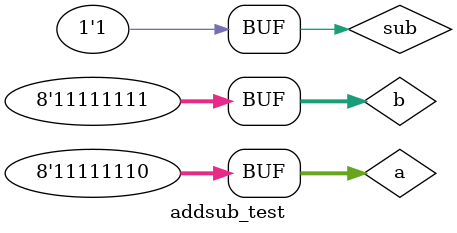
<source format=v>
`timescale 1ns / 1ps


module addsub_test();
    reg [7:0] a,b;
    wire [7:0] sum;
    reg sub;
    wire cf,ovf,sf,zf;
    reg clk;
    addsub u0(
        .a(a),
        .b(b),
        .sub(sub),
        .sum(sum),
        .cf(cf),
        .ovf(ovf),
        .sf(sf),
        .zf(zf)
        );
    initial begin
        $dumpfile("testaddsub.vcd");
        $dumpvars;
        #200 sub = 1;
        #200 a = 8'h7f; b = 8'h2; sub = 0;
        $monitor ("%0t a=%8b b=%8b sub=%1b sum=%8b cf=%1b ovf=%1b sf=%1b zf=%1b", $time, a, b, sub,sum,cf,ovf,sf,zf);
        #200 a = 8'hff; b = 8'h2; sub = 0; 
        $monitor ("%0t a=%8b b=%8b sub=%1b sum=%8b cf=%1b ovf=%1b sf=%1b zf=%1b", $time, a, b, sub,sum,cf,ovf,sf,zf);
        #200 a = 8'h16; b = 8'h17; sub = 1;
        $monitor ("%0t a=%8b b=%8b sub=%1b sum=%8b cf=%1b ovf=%1b sf=%1b zf=%1b", $time, a, b, sub,sum,cf,ovf,sf,zf);
        #200 a = 8'hfe; b = 8'hff; sub = 1;
        $monitor ("%0t a=%8b b=%8b sub=%1b sum=%8b cf=%1b ovf=%1b sf=%1b zf=%1b", $time, a, b, sub,sum,cf,ovf,sf,zf);
        #200 a = 8'hfe; b = 8'hff; sub = 1;;
    end
    
endmodule
</source>
